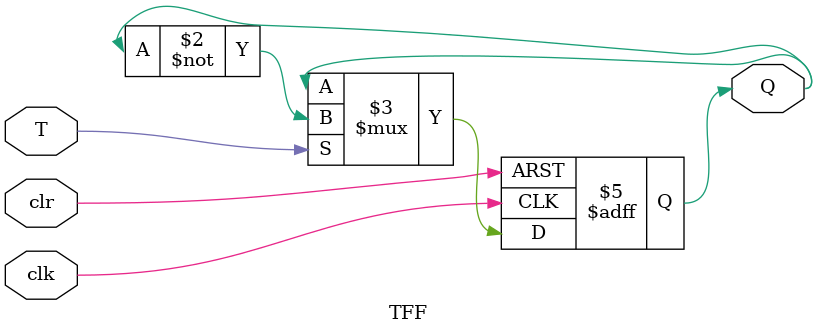
<source format=v>
`timescale 1ns / 1ps


module T_FF(
    output Q, Q_,
    input clk, RST_n, T
    );
    
    reg Q;
    assign Q_ = ~Q;
    
    always@(posedge clk, negedge RST_n) begin
        if(!RST_n) begin
            Q <= 1'b0;
        end
        else if(T) begin
            Q <= ~Q;
        end
    end
endmodule


//////////////////////////////////////////////////////////////////////////////////


module TFF(
    input clk, clr, T, 
    output reg Q
    );
    
    always@(negedge clk, posedge clr)
    begin
        if(clr)
            Q <= 1'b0;
        
        else if(T)
            Q <= ~Q;
    end
endmodule

</source>
